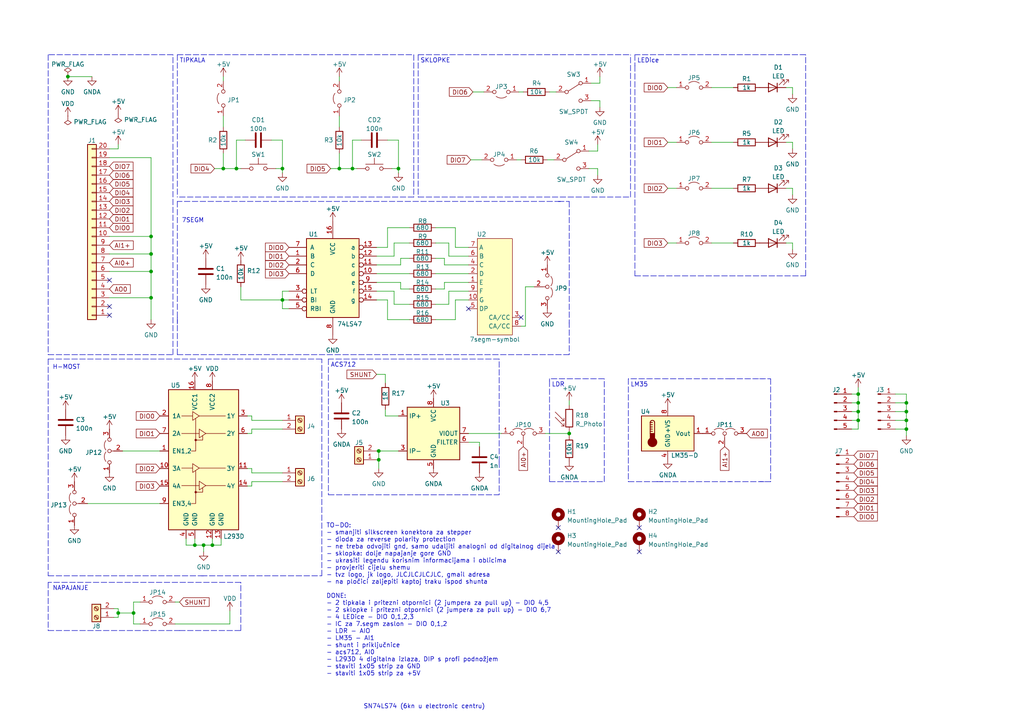
<source format=kicad_sch>
(kicad_sch (version 20211123) (generator eeschema)
  (paper "A4")
  (title_block (title "myDAQExpansionBoard") (date "2022-07-24") (rev "1") (company "TVZ"))
  (junction (at 59.055 158.115))
  (junction (at 248.92 116.84))
  (junction (at 56.515 158.115))
  (junction (at 248.92 114.3))
  (junction (at 61.595 158.115))
  (junction (at 262.89 124.46))
  (junction (at 262.89 121.92))
  (junction (at 38.735 177.8))
  (junction (at 109.855 130.81))
  (junction (at 68.58 48.895))
  (junction (at 115.57 48.895))
  (junction (at 81.915 48.895))
  (junction (at 102.235 48.895))
  (junction (at 165.1 125.73))
  (junction (at 248.92 121.92))
  (junction (at 262.89 119.38))
  (junction (at 19.685 22.225))
  (junction (at 43.815 73.66))
  (junction (at 81.915 86.995))
  (junction (at 43.815 78.74))
  (junction (at 109.855 133.35))
  (junction (at 43.815 86.36))
  (junction (at 64.77 48.895))
  (junction (at 262.89 116.84))
  (junction (at 34.29 177.8))
  (junction (at 98.425 48.895))
  (junction (at 248.92 119.38))
  (junction (at 43.815 68.58))
  (no_connect (at 151.13 92.075))
  (no_connect (at 185.42 153.035))
  (no_connect (at 135.89 89.535))
  (no_connect (at 31.75 88.9))
  (no_connect (at 31.75 81.28))
  (no_connect (at 31.75 91.44))
  (no_connect (at 185.42 160.02))
  (no_connect (at 161.925 153.035))
  (no_connect (at 161.925 160.02))
  (wire (pts (xy 43.815 86.36) (xy 43.815 78.74)))
  (wire (pts (xy 62.23 48.895) (xy 64.77 48.895)))
  (wire (pts (xy 80.01 48.895) (xy 81.915 48.895)))
  (wire (pts (xy 112.395 40.64) (xy 115.57 40.64)))
  (wire (pts (xy 259.715 121.92) (xy 262.89 121.92)))
  (polyline (pts (xy 165.1 102.87) (xy 51.435 102.87)))
  (polyline (pts (xy 220.345 109.855) (xy 223.52 109.855)))
  (wire (pts (xy 137.16 26.67) (xy 140.335 26.67)))
  (wire (pts (xy 81.915 86.995) (xy 69.85 86.995)))
  (wire (pts (xy 115.57 40.64) (xy 115.57 48.895)))
  (wire (pts (xy 31.75 43.18) (xy 34.29 43.18)))
  (polyline (pts (xy 51.435 15.875) (xy 120.015 15.875)))
  (wire (pts (xy 128.905 81.915) (xy 128.905 83.82)))
  (wire (pts (xy 158.75 46.355) (xy 160.655 46.355)))
  (wire (pts (xy 126.365 79.375) (xy 135.89 79.375)))
  (polyline (pts (xy 121.285 57.15) (xy 182.88 57.15)))
  (polyline (pts (xy 51.435 58.42) (xy 51.435 93.98)))
  (wire (pts (xy 112.395 86.995) (xy 109.22 86.995)))
  (wire (pts (xy 248.92 114.3) (xy 248.92 116.84)))
  (polyline (pts (xy 69.85 182.88) (xy 69.85 168.91)))
  (wire (pts (xy 135.89 125.73) (xy 145.415 125.73)))
  (wire (pts (xy 149.86 46.355) (xy 151.13 46.355)))
  (polyline (pts (xy 184.15 80.01) (xy 233.68 80.01)))
  (wire (pts (xy 73.025 121.92) (xy 81.915 121.92)))
  (wire (pts (xy 25.4 146.05) (xy 46.355 146.05)))
  (wire (pts (xy 118.745 92.71) (xy 112.395 92.71)))
  (polyline (pts (xy 13.97 102.87) (xy 50.165 102.87)))
  (wire (pts (xy 114.3 70.485) (xy 114.3 74.295)))
  (wire (pts (xy 116.205 83.82) (xy 116.205 81.915)))
  (wire (pts (xy 68.58 48.895) (xy 69.85 48.895)))
  (wire (pts (xy 109.22 108.585) (xy 111.76 108.585)))
  (wire (pts (xy 31.75 68.58) (xy 43.815 68.58)))
  (polyline (pts (xy 184.15 15.875) (xy 184.15 19.05)))
  (wire (pts (xy 81.915 84.455) (xy 81.915 86.995)))
  (polyline (pts (xy 121.285 15.875) (xy 121.285 57.15)))
  (polyline (pts (xy 13.97 182.88) (xy 52.07 182.88)))
  (polyline (pts (xy 223.52 109.855) (xy 223.52 139.7)))
  (wire (pts (xy 19.685 22.225) (xy 26.67 22.225)))
  (polyline (pts (xy 175.26 139.7) (xy 175.26 109.855)))
  (wire (pts (xy 154.94 83.185) (xy 152.4 83.185)))
  (wire (pts (xy 118.745 70.485) (xy 114.3 70.485)))
  (wire (pts (xy 31.75 78.74) (xy 43.815 78.74)))
  (wire (pts (xy 102.235 40.64) (xy 102.235 48.895)))
  (wire (pts (xy 173.99 31.115) (xy 173.99 29.21)))
  (wire (pts (xy 152.4 94.615) (xy 151.13 94.615)))
  (wire (pts (xy 116.205 81.915) (xy 109.22 81.915)))
  (wire (pts (xy 98.425 22.225) (xy 98.425 23.495)))
  (wire (pts (xy 132.08 66.04) (xy 126.365 66.04)))
  (wire (pts (xy 193.675 41.275) (xy 196.215 41.275)))
  (polyline (pts (xy 121.285 15.875) (xy 182.88 15.875)))
  (wire (pts (xy 98.425 33.655) (xy 98.425 36.83)))
  (wire (pts (xy 173.99 29.21) (xy 171.45 29.21)))
  (polyline (pts (xy 144.78 133.985) (xy 144.78 104.14)))
  (wire (pts (xy 43.815 73.66) (xy 43.815 68.58)))
  (wire (pts (xy 112.395 66.04) (xy 112.395 71.755)))
  (wire (pts (xy 139.065 128.27) (xy 139.065 129.54)))
  (wire (pts (xy 248.92 121.92) (xy 248.92 124.46)))
  (wire (pts (xy 259.715 119.38) (xy 262.89 119.38)))
  (wire (pts (xy 247.015 114.3) (xy 248.92 114.3)))
  (wire (pts (xy 206.375 25.4) (xy 212.725 25.4)))
  (wire (pts (xy 115.57 50.165) (xy 115.57 48.895)))
  (wire (pts (xy 102.235 40.64) (xy 104.775 40.64)))
  (wire (pts (xy 135.89 76.835) (xy 128.905 76.835)))
  (wire (pts (xy 78.74 40.64) (xy 81.915 40.64)))
  (wire (pts (xy 262.89 126.365) (xy 262.89 124.46)))
  (wire (pts (xy 43.815 78.74) (xy 43.815 73.66)))
  (wire (pts (xy 95.885 48.895) (xy 98.425 48.895)))
  (wire (pts (xy 98.425 48.895) (xy 102.235 48.895)))
  (wire (pts (xy 229.87 25.4) (xy 227.965 25.4)))
  (wire (pts (xy 73.025 135.89) (xy 73.025 137.16)))
  (wire (pts (xy 229.87 54.61) (xy 227.965 54.61)))
  (wire (pts (xy 111.76 120.65) (xy 111.76 118.745)))
  (wire (pts (xy 130.175 88.265) (xy 126.365 88.265)))
  (wire (pts (xy 34.29 177.8) (xy 34.29 179.07)))
  (polyline (pts (xy 159.385 110.49) (xy 159.385 139.7)))
  (wire (pts (xy 128.905 76.835) (xy 128.905 74.93)))
  (wire (pts (xy 259.715 116.84) (xy 262.89 116.84)))
  (wire (pts (xy 135.89 74.295) (xy 130.175 74.295)))
  (polyline (pts (xy 212.09 109.855) (xy 182.245 109.855)))
  (wire (pts (xy 247.015 116.84) (xy 248.92 116.84)))
  (wire (pts (xy 193.675 54.61) (xy 196.215 54.61)))
  (wire (pts (xy 248.92 116.84) (xy 248.92 119.38)))
  (wire (pts (xy 69.85 83.185) (xy 69.85 86.995)))
  (wire (pts (xy 206.375 70.485) (xy 212.725 70.485)))
  (wire (pts (xy 73.025 125.73) (xy 73.025 124.46)))
  (wire (pts (xy 193.675 25.4) (xy 196.215 25.4)))
  (polyline (pts (xy 93.345 167.005) (xy 93.345 104.14)))
  (wire (pts (xy 68.58 40.64) (xy 71.12 40.64)))
  (wire (pts (xy 38.735 180.975) (xy 38.735 177.8)))
  (wire (pts (xy 118.745 88.265) (xy 114.3 88.265)))
  (wire (pts (xy 73.025 140.97) (xy 71.755 140.97)))
  (wire (pts (xy 38.735 174.625) (xy 40.64 174.625)))
  (wire (pts (xy 109.22 79.375) (xy 118.745 79.375)))
  (polyline (pts (xy 221.615 139.7) (xy 211.455 139.7)))
  (wire (pts (xy 165.1 116.205) (xy 165.1 117.475)))
  (wire (pts (xy 247.015 119.38) (xy 248.92 119.38)))
  (wire (pts (xy 248.92 112.395) (xy 248.92 114.3)))
  (wire (pts (xy 38.735 177.8) (xy 38.735 174.625)))
  (wire (pts (xy 152.4 83.185) (xy 152.4 94.615)))
  (polyline (pts (xy 175.26 109.855) (xy 159.385 109.855)))
  (wire (pts (xy 81.915 48.895) (xy 81.915 50.165)))
  (wire (pts (xy 114.3 84.455) (xy 109.22 84.455)))
  (wire (pts (xy 68.58 40.64) (xy 68.58 48.895)))
  (wire (pts (xy 116.205 76.835) (xy 109.22 76.835)))
  (polyline (pts (xy 190.5 139.7) (xy 212.09 139.7)))
  (wire (pts (xy 64.77 48.895) (xy 68.58 48.895)))
  (wire (pts (xy 73.025 120.65) (xy 71.755 120.65)))
  (wire (pts (xy 115.57 120.65) (xy 111.76 120.65)))
  (wire (pts (xy 262.89 124.46) (xy 262.89 121.92)))
  (wire (pts (xy 73.025 139.7) (xy 73.025 140.97)))
  (polyline (pts (xy 93.345 104.14) (xy 13.97 104.14)))
  (wire (pts (xy 128.905 74.93) (xy 126.365 74.93)))
  (wire (pts (xy 136.525 46.355) (xy 139.7 46.355)))
  (wire (pts (xy 135.89 71.755) (xy 132.08 71.755)))
  (wire (pts (xy 64.135 158.115) (xy 64.135 156.21)))
  (polyline (pts (xy 161.925 58.42) (xy 165.1 58.42)))
  (wire (pts (xy 33.02 176.53) (xy 34.29 176.53)))
  (polyline (pts (xy 144.78 133.985) (xy 144.78 143.51)))
  (wire (pts (xy 35.56 130.81) (xy 46.355 130.81)))
  (wire (pts (xy 81.915 89.535) (xy 81.915 86.995)))
  (polyline (pts (xy 50.165 15.875) (xy 13.97 15.875)))
  (wire (pts (xy 98.425 48.895) (xy 98.425 44.45)))
  (wire (pts (xy 34.29 176.53) (xy 34.29 177.8)))
  (wire (pts (xy 73.025 121.92) (xy 73.025 120.65)))
  (wire (pts (xy 31.75 86.36) (xy 43.815 86.36)))
  (wire (pts (xy 171.45 24.13) (xy 173.99 24.13)))
  (wire (pts (xy 53.975 158.115) (xy 56.515 158.115)))
  (polyline (pts (xy 120.015 57.15) (xy 51.435 57.15)))
  (wire (pts (xy 128.905 83.82) (xy 126.365 83.82)))
  (wire (pts (xy 165.1 125.095) (xy 165.1 125.73)))
  (wire (pts (xy 71.755 135.89) (xy 73.025 135.89)))
  (wire (pts (xy 81.915 86.995) (xy 83.82 86.995)))
  (wire (pts (xy 43.815 68.58) (xy 43.815 45.72)))
  (polyline (pts (xy 13.97 168.91) (xy 13.97 182.88)))
  (wire (pts (xy 71.755 125.73) (xy 73.025 125.73)))
  (wire (pts (xy 59.055 158.115) (xy 59.055 160.02)))
  (wire (pts (xy 112.395 92.71) (xy 112.395 86.995)))
  (polyline (pts (xy 159.385 139.7) (xy 175.26 139.7)))
  (polyline (pts (xy 58.42 167.005) (xy 93.345 167.005)))
  (wire (pts (xy 50.8 180.975) (xy 66.675 180.975)))
  (polyline (pts (xy 95.25 143.51) (xy 144.78 143.51)))
  (wire (pts (xy 56.515 158.115) (xy 59.055 158.115)))
  (polyline (pts (xy 165.1 58.42) (xy 165.1 93.98)))
  (wire (pts (xy 109.855 130.81) (xy 115.57 130.81)))
  (wire (pts (xy 31.75 73.66) (xy 43.815 73.66)))
  (wire (pts (xy 114.3 74.295) (xy 109.22 74.295)))
  (wire (pts (xy 229.87 70.485) (xy 227.965 70.485)))
  (polyline (pts (xy 165.1 93.345) (xy 165.1 102.87)))
  (wire (pts (xy 34.29 179.07) (xy 33.02 179.07)))
  (wire (pts (xy 81.915 40.64) (xy 81.915 48.895)))
  (wire (pts (xy 56.515 156.21) (xy 56.515 158.115)))
  (wire (pts (xy 50.8 174.625) (xy 52.07 174.625)))
  (wire (pts (xy 247.015 121.92) (xy 248.92 121.92)))
  (polyline (pts (xy 144.78 104.14) (xy 95.25 104.14)))
  (wire (pts (xy 53.975 156.21) (xy 53.975 158.115)))
  (wire (pts (xy 132.08 71.755) (xy 132.08 66.04)))
  (wire (pts (xy 64.77 48.895) (xy 64.77 44.45)))
  (wire (pts (xy 229.87 27.305) (xy 229.87 25.4)))
  (wire (pts (xy 130.175 70.485) (xy 126.365 70.485)))
  (wire (pts (xy 130.175 84.455) (xy 130.175 88.265)))
  (wire (pts (xy 229.87 41.275) (xy 227.965 41.275)))
  (wire (pts (xy 248.92 124.46) (xy 247.015 124.46)))
  (wire (pts (xy 102.235 48.895) (xy 103.505 48.895)))
  (wire (pts (xy 259.715 124.46) (xy 262.89 124.46)))
  (wire (pts (xy 83.82 84.455) (xy 81.915 84.455)))
  (wire (pts (xy 158.115 125.73) (xy 165.1 125.73)))
  (wire (pts (xy 262.89 119.38) (xy 262.89 116.84)))
  (wire (pts (xy 130.175 74.295) (xy 130.175 70.485)))
  (wire (pts (xy 40.64 180.975) (xy 38.735 180.975)))
  (wire (pts (xy 112.395 71.755) (xy 109.22 71.755)))
  (wire (pts (xy 109.22 130.81) (xy 109.855 130.81)))
  (wire (pts (xy 109.855 133.35) (xy 109.855 130.81)))
  (polyline (pts (xy 13.97 167.005) (xy 59.055 167.005)))
  (wire (pts (xy 59.055 158.115) (xy 61.595 158.115)))
  (polyline (pts (xy 223.52 139.7) (xy 220.345 139.7)))
  (wire (pts (xy 64.77 33.655) (xy 64.77 36.83)))
  (polyline (pts (xy 13.97 104.14) (xy 13.97 167.005)))
  (wire (pts (xy 114.3 88.265) (xy 114.3 84.455)))
  (polyline (pts (xy 233.68 15.875) (xy 184.15 15.875)))
  (polyline (pts (xy 182.88 57.15) (xy 182.88 15.875)))
  (polyline (pts (xy 182.245 109.855) (xy 182.245 139.7)))
  (wire (pts (xy 73.025 124.46) (xy 81.915 124.46)))
  (wire (pts (xy 193.675 70.485) (xy 196.215 70.485)))
  (polyline (pts (xy 52.07 182.88) (xy 69.85 182.88)))
  (wire (pts (xy 229.87 72.39) (xy 229.87 70.485)))
  (wire (pts (xy 135.89 86.995) (xy 132.08 86.995)))
  (polyline (pts (xy 159.385 109.855) (xy 159.385 110.49)))
  (wire (pts (xy 206.375 54.61) (xy 212.725 54.61)))
  (polyline (pts (xy 95.25 104.14) (xy 95.25 143.51)))
  (wire (pts (xy 248.92 119.38) (xy 248.92 121.92)))
  (polyline (pts (xy 182.245 139.7) (xy 192.405 139.7)))
  (wire (pts (xy 173.355 50.8) (xy 173.355 48.895)))
  (polyline (pts (xy 50.165 102.87) (xy 50.165 15.875)))
  (wire (pts (xy 170.815 43.815) (xy 173.355 43.815)))
  (wire (pts (xy 34.29 43.18) (xy 34.29 41.91)))
  (polyline (pts (xy 211.455 109.855) (xy 221.615 109.855)))
  (wire (pts (xy 43.815 92.71) (xy 43.815 86.36)))
  (wire (pts (xy 262.89 121.92) (xy 262.89 119.38)))
  (wire (pts (xy 61.595 156.21) (xy 61.595 158.115)))
  (wire (pts (xy 135.89 84.455) (xy 130.175 84.455)))
  (wire (pts (xy 262.89 114.3) (xy 259.715 114.3)))
  (wire (pts (xy 81.915 139.7) (xy 73.025 139.7)))
  (wire (pts (xy 73.025 137.16) (xy 81.915 137.16)))
  (wire (pts (xy 135.89 81.915) (xy 128.905 81.915)))
  (wire (pts (xy 173.99 24.13) (xy 173.99 22.225)))
  (wire (pts (xy 118.745 83.82) (xy 116.205 83.82)))
  (wire (pts (xy 109.855 135.89) (xy 109.855 133.35)))
  (polyline (pts (xy 51.435 102.87) (xy 51.435 92.075)))
  (wire (pts (xy 132.08 86.995) (xy 132.08 92.71)))
  (wire (pts (xy 132.08 92.71) (xy 126.365 92.71)))
  (wire (pts (xy 34.29 177.8) (xy 38.735 177.8)))
  (wire (pts (xy 150.495 26.67) (xy 151.765 26.67)))
  (polyline (pts (xy 51.435 15.875) (xy 51.435 57.15)))
  (polyline (pts (xy 69.85 168.91) (xy 13.97 168.91)))
  (wire (pts (xy 118.745 74.93) (xy 116.205 74.93)))
  (wire (pts (xy 83.82 89.535) (xy 81.915 89.535)))
  (wire (pts (xy 43.815 45.72) (xy 31.75 45.72)))
  (wire (pts (xy 229.87 43.18) (xy 229.87 41.275)))
  (wire (pts (xy 173.355 43.815) (xy 173.355 41.91)))
  (wire (pts (xy 135.89 128.27) (xy 139.065 128.27)))
  (wire (pts (xy 61.595 158.115) (xy 64.135 158.115)))
  (wire (pts (xy 66.675 180.975) (xy 66.675 177.165)))
  (wire (pts (xy 109.22 133.35) (xy 109.855 133.35)))
  (polyline (pts (xy 184.15 19.05) (xy 184.15 80.01)))
  (wire (pts (xy 116.205 74.93) (xy 116.205 76.835)))
  (wire (pts (xy 173.355 48.895) (xy 170.815 48.895)))
  (polyline (pts (xy 13.97 15.875) (xy 13.97 102.87)))
  (wire (pts (xy 111.76 108.585) (xy 111.76 111.125)))
  (wire (pts (xy 159.385 26.67) (xy 161.29 26.67)))
  (polyline (pts (xy 233.68 80.01) (xy 233.68 15.875)))
  (wire (pts (xy 206.375 41.275) (xy 212.725 41.275)))
  (polyline (pts (xy 162.56 58.42) (xy 51.435 58.42)))
  (wire (pts (xy 118.745 66.04) (xy 112.395 66.04)))
  (wire (pts (xy 262.89 116.84) (xy 262.89 114.3)))
  (wire (pts (xy 165.1 125.73) (xy 165.1 126.365)))
  (wire (pts (xy 229.87 56.515) (xy 229.87 54.61)))
  (wire (pts (xy 113.665 48.895) (xy 115.57 48.895)))
  (wire (pts (xy 64.77 22.225) (xy 64.77 23.495)))
  (polyline (pts (xy 120.015 15.875) (xy 120.015 57.15)))
  (text "TO-DO:\n- smanjiti silkscreen konektora za stepper\n- dioda za reverse polarity protection\n- ne treba odvojiti gnd, samo udaljiti analogni od digitalnog dijela\n- sklopka: dolje napajanje gore GND\n- ukrasiti legendu korisnim informacijama i oblicima\n- provjeriti cijelu shemu\n- tvz logo, jk logo, JLCJLCJLCJLC, gmail adresa\n- na pločici zaljepiti kaptoj traku ispod shunta\n\nDONE:\n- 2 tipkala i pritezni otpornici (2 jumpera za pull up) - DIO 4,5\n- 2 sklopke i pritezni otpornici (2 jumpera za pull up) - DIO 6,7\n- 4 LEDice - DIO 0,1,2,3\n- IC za 7.segm zaslon - DIO 0,1,2\n- LDR - AIO\n- LM35 - AI1\n- shunt i priključnice\n- acs712, AI0\n- L293D 4 digitalna izlaza, DIP s profi podnožjem\n- staviti 1x05 strip za GND\n- staviti 1x05 strip za +5V" (at 94.615 196.215 0) (effects (font (size 1.27 1.27)) (justify left bottom)))
  (text "SN74LS74 (6kn u electronic centru)" (at 105.41 205.74 0) (effects (font (size 1.27 1.27)) (justify left bottom)))
  (text "LM35" (at 182.88 112.395 0) (effects (font (size 1.27 1.27)) (justify left bottom)))
  (text "7SEGM" (at 52.705 64.77 0) (effects (font (size 1.27 1.27)) (justify left bottom)))
  (text "ACS712" (at 95.885 106.68 0) (effects (font (size 1.27 1.27)) (justify left bottom)))
  (text "NAPAJANJE" (at 15.24 171.45 0) (effects (font (size 1.27 1.27)) (justify left bottom)))
  (text "TIPKALA" (at 52.07 18.415 0) (effects (font (size 1.27 1.27)) (justify left bottom)))
  (text "H-MOST" (at 15.24 107.315 0) (effects (font (size 1.27 1.27)) (justify left bottom)))
  (text "LDR" (at 160.02 112.395 0) (effects (font (size 1.27 1.27)) (justify left bottom)))
  (text "LEDice" (at 184.785 18.415 0) (effects (font (size 1.27 1.27)) (justify left bottom)))
  (text "SKLOPKE" (at 121.92 18.415 0) (effects (font (size 1.27 1.27)) (justify left bottom)))
  (global_label "DIO5" (shape input) (at 95.885 48.895 180) (property "Intersheet References" "${INTERSHEET_REFS}" (effects hide)))
  (global_label "DIO3" (shape input) (at 83.82 79.375 180) (property "Intersheet References" "${INTERSHEET_REFS}" (effects hide)))
  (global_label "DIO1" (shape input) (at 46.355 125.73 180) (property "Intersheet References" "${INTERSHEET_REFS}" (effects hide)))
  (global_label "DIO2" (shape input) (at 46.355 135.89 180) (property "Intersheet References" "${INTERSHEET_REFS}" (effects hide)))
  (global_label "DIO1" (shape input) (at 83.82 74.295 180) (property "Intersheet References" "${INTERSHEET_REFS}" (effects hide)))
  (global_label "AI1+" (shape input) (at 31.75 71.12 0) (property "Intersheet References" "${INTERSHEET_REFS}" (effects hide)))
  (global_label "DIO3" (shape input) (at 46.355 140.97 180) (property "Intersheet References" "${INTERSHEET_REFS}" (effects hide)))
  (global_label "AI0+" (shape input) (at 31.75 76.2 0) (property "Intersheet References" "${INTERSHEET_REFS}" (effects hide)))
  (global_label "DIO1" (shape input) (at 193.675 41.275 180) (property "Intersheet References" "${INTERSHEET_REFS}" (effects hide)))
  (global_label "DIO0" (shape input) (at 46.355 120.65 180) (property "Intersheet References" "${INTERSHEET_REFS}" (effects hide)))
  (global_label "DIO7" (shape input) (at 247.65 132.08 0) (property "Intersheet References" "${INTERSHEET_REFS}" (effects hide)))
  (global_label "DIO2" (shape input) (at 247.65 144.78 0) (property "Intersheet References" "${INTERSHEET_REFS}" (effects hide)))
  (global_label "DIO4" (shape input) (at 62.23 48.895 180) (property "Intersheet References" "${INTERSHEET_REFS}" (effects hide)))
  (global_label "SHUNT" (shape input) (at 109.22 108.585 180) (property "Intersheet References" "${INTERSHEET_REFS}" (effects hide)))
  (global_label "AI0+" (shape input) (at 151.765 129.54 270) (property "Intersheet References" "${INTERSHEET_REFS}" (effects hide)))
  (global_label "DIO0" (shape input) (at 247.65 149.86 0) (property "Intersheet References" "${INTERSHEET_REFS}" (effects hide)))
  (global_label "DIO2" (shape input) (at 193.675 54.61 180) (property "Intersheet References" "${INTERSHEET_REFS}" (effects hide)))
  (global_label "DIO4" (shape input) (at 247.65 139.7 0) (property "Intersheet References" "${INTERSHEET_REFS}" (effects hide)))
  (global_label "DIO4" (shape input) (at 31.75 55.88 0) (property "Intersheet References" "${INTERSHEET_REFS}" (effects hide)))
  (global_label "AI1+" (shape input) (at 210.185 129.54 270) (property "Intersheet References" "${INTERSHEET_REFS}" (effects hide)))
  (global_label "DIO3" (shape input) (at 31.75 58.42 0) (property "Intersheet References" "${INTERSHEET_REFS}" (effects hide)))
  (global_label "DIO1" (shape input) (at 247.65 147.32 0) (property "Intersheet References" "${INTERSHEET_REFS}" (effects hide)))
  (global_label "DIO6" (shape input) (at 137.16 26.67 180) (property "Intersheet References" "${INTERSHEET_REFS}" (effects hide)))
  (global_label "DIO5" (shape input) (at 31.75 53.34 0) (property "Intersheet References" "${INTERSHEET_REFS}" (effects hide)))
  (global_label "DIO2" (shape input) (at 31.75 60.96 0) (property "Intersheet References" "${INTERSHEET_REFS}" (effects hide)))
  (global_label "DIO0" (shape input) (at 31.75 66.04 0) (property "Intersheet References" "${INTERSHEET_REFS}" (effects hide)))
  (global_label "DIO0" (shape input) (at 83.82 71.755 180) (property "Intersheet References" "${INTERSHEET_REFS}" (effects hide)))
  (global_label "DIO7" (shape input) (at 136.525 46.355 180) (property "Intersheet References" "${INTERSHEET_REFS}" (effects hide)))
  (global_label "AO0" (shape input) (at 31.75 83.82 0) (property "Intersheet References" "${INTERSHEET_REFS}" (effects hide)))
  (global_label "DIO1" (shape input) (at 31.75 63.5 0) (property "Intersheet References" "${INTERSHEET_REFS}" (effects hide)))
  (global_label "DIO0" (shape input) (at 193.675 25.4 180) (property "Intersheet References" "${INTERSHEET_REFS}" (effects hide)))
  (global_label "DIO7" (shape input) (at 31.75 48.26 0) (property "Intersheet References" "${INTERSHEET_REFS}" (effects hide)))
  (global_label "AO0" (shape input) (at 216.535 125.73 0) (property "Intersheet References" "${INTERSHEET_REFS}" (effects hide)))
  (global_label "DIO6" (shape input) (at 31.75 50.8 0) (property "Intersheet References" "${INTERSHEET_REFS}" (effects hide)))
  (global_label "DIO3" (shape input) (at 193.675 70.485 180) (property "Intersheet References" "${INTERSHEET_REFS}" (effects hide)))
  (global_label "SHUNT" (shape input) (at 52.07 174.625 0) (property "Intersheet References" "${INTERSHEET_REFS}" (effects hide)))
  (global_label "DIO5" (shape input) (at 247.65 137.16 0) (property "Intersheet References" "${INTERSHEET_REFS}" (effects hide)))
  (global_label "DIO6" (shape input) (at 247.65 134.62 0) (property "Intersheet References" "${INTERSHEET_REFS}" (effects hide)))
  (global_label "DIO2" (shape input) (at 83.82 76.835 180) (property "Intersheet References" "${INTERSHEET_REFS}" (effects hide)))
  (global_label "DIO3" (shape input) (at 247.65 142.24 0) (property "Intersheet References" "${INTERSHEET_REFS}" (effects hide)))
  (symbol (lib_id "Device:R") (at 216.535 54.61 90) (unit 1)
    (property "Reference" "R7" (at 216.535 52.07 90))
    (property "Value" "1k" (at 216.535 54.61 90))
    (property "Footprint" "Resistor_SMD:R_0603_1608Metric" (effects hide))
  )
  (symbol (lib_id "Device:LED") (at 224.155 25.4 180) (unit 1)
    (property "Reference" "D1" (at 225.7425 19.5412 0))
    (property "Value" "LED" (at 225.7425 22.0781 0))
    (property "Footprint" "LED_THT:LED_D5.0mm" (effects hide))
  )
  (symbol (lib_id "power:+5V") (at 158.75 76.835 0) (unit 1)
    (property "Reference" "#PWR020" (effects hide))
    (property "Value" "+5V" (at 158.75 73.2592 0))
  )
  (symbol (lib_id "Driver_Motor:L293D") (at 59.055 135.89 0) (unit 1)
    (property "Reference" "U5" (at 49.53 111.76 0) (effects (justify left)))
    (property "Value" "L293D" (at 64.77 155.575 0) (effects (justify left)))
    (property "Footprint" "Package_DIP:DIP-16_W7.62mm" (effects hide))
    (property "Datasheet" "http://www.ti.com/lit/ds/symlink/l293.pdf" (effects hide))
  )
  (symbol (lib_id "Device:R") (at 64.77 40.64 0) (unit 1)
    (property "Reference" "R2" (at 60.325 40.64 0) (effects (justify left)))
    (property "Value" "10k" (at 64.77 42.545 90) (effects (justify left)))
    (property "Footprint" "Resistor_SMD:R_0603_1608Metric" (effects hide))
  )
  (symbol (lib_id "74xx:74LS47") (at 96.52 79.375 0) (unit 1)
    (property "Reference" "U1" (at 89.535 67.945 0) (effects (justify left)))
    (property "Value" "74LS47" (at 97.79 93.98 0) (effects (justify left)))
    (property "Footprint" "Package_DIP:DIP-16_W7.62mm" (effects hide))
    (property "Datasheet" "http://www.ti.com/lit/gpn/sn74LS47" (effects hide))
  )
  (symbol (lib_id "Symbols:7segm-symbol") (at 143.51 81.915 0) (unit 1)
    (property "Reference" "U2" (at 139.7 67.945 0))
    (property "Value" "7segm-symbol" (at 143.51 98.425 0))
    (property "Footprint" "Library:7segm-SA52" (effects hide))
  )
  (symbol (lib_id "Device:LED") (at 224.155 54.61 180) (unit 1)
    (property "Reference" "D3" (at 225.7425 48.7512 0))
    (property "Value" "LED" (at 225.7425 51.2881 0))
    (property "Footprint" "LED_THT:LED_D5.0mm" (effects hide))
  )
  (symbol (lib_id "Mechanical:MountingHole_Pad") (at 161.925 150.495 0) (unit 1)
    (property "Reference" "H1" (at 164.465 148.3903 0) (effects (justify left)))
    (property "Value" "MountingHole_Pad" (at 164.465 150.9272 0) (effects (justify left)))
    (property "Footprint" "MountingHole:MountingHole_3.2mm_M3_Pad_Via" (effects hide))
  )
  (symbol (lib_id "Device:C") (at 108.585 40.64 90) (unit 1)
    (property "Reference" "CD2" (at 108.585 34.7812 90))
    (property "Value" "100n" (at 108.585 37.3181 90))
    (property "Footprint" "Capacitor_SMD:C_0603_1608Metric" (effects hide))
  )
  (symbol (lib_id "Jumper:Jumper_3_Open") (at 151.765 125.73 0) (unit 1)
    (property "Reference" "JP10" (at 151.765 123.195 0))
    (property "Value" "Jumper_3_Open" (effects hide))
    (property "Footprint" "Connector_PinHeader_2.54mm:PinHeader_1x03_P2.54mm_Vertical" (effects hide))
  )
  (symbol (lib_id "Sensor_Current:ACS712xLCTR-05B") (at 125.73 125.73 0) (unit 1)
    (property "Reference" "U3" (at 127.7494 116.9472 0) (effects (justify left)))
    (property "Value" "ACS712xLCTR-05B" (effects hide))
    (property "Footprint" "Package_SO:SOIC-8_3.9x4.9mm_P1.27mm" (effects hide))
    (property "Datasheet" "http://www.allegromicro.com/~/media/Files/Datasheets/ACS712-Datasheet.ashx?la=en" (effects hide))
  )
  (symbol (lib_id "power:+5V") (at 21.59 139.7 0) (unit 1)
    (property "Reference" "#PWR042" (effects hide))
    (property "Value" "+5V" (at 21.59 136.1242 0))
  )
  (symbol (lib_id "power:+5V") (at 19.05 118.745 0) (unit 1)
    (property "Reference" "#PWR032" (effects hide))
    (property "Value" "+5V" (at 19.05 115.1692 0))
  )
  (symbol (lib_id "Device:R") (at 122.555 66.04 90) (unit 1)
    (property "Reference" "R8" (at 122.555 64.135 90))
    (property "Value" "680" (at 122.555 66.04 90))
    (property "Footprint" "Resistor_SMD:R_0603_1608Metric" (effects hide))
  )
  (symbol (lib_id "Device:R") (at 98.425 40.64 0) (unit 1)
    (property "Reference" "R3" (at 93.98 40.64 0) (effects (justify left)))
    (property "Value" "10k" (at 98.425 42.545 90) (effects (justify left)))
    (property "Footprint" "Resistor_SMD:R_0603_1608Metric" (effects hide))
  )
  (symbol (lib_id "Jumper:Jumper_2_Open") (at 201.295 70.485 0) (unit 1)
    (property "Reference" "JP8" (at 201.295 67.6712 0))
    (property "Value" "Jumper_2_Open" (effects hide))
    (property "Footprint" "Connector_PinHeader_2.54mm:PinHeader_1x02_P2.54mm_Vertical" (effects hide))
  )
  (symbol (lib_id "power:+5V") (at 34.29 41.91 0) (unit 1)
    (property "Reference" "#PWR09" (effects hide))
    (property "Value" "+5V" (at 34.29 38.3342 0))
  )
  (symbol (lib_id "Connector:Conn_01x05_Male") (at 254.635 119.38 0) (unit 1)
    (property "Reference" "J3" (at 255.27 113.061 0))
    (property "Value" "Conn_01x05_Male" (effects hide))
    (property "Footprint" "Connector_PinHeader_2.54mm:PinHeader_1x05_P2.54mm_Vertical" (effects hide))
  )
  (symbol (lib_id "power:GND") (at 59.69 82.55 0) (unit 1)
    (property "Reference" "#PWR021" (effects hide))
    (property "Value" "GND" (at 59.69 86.9934 0))
  )
  (symbol (lib_id "power:VDD") (at 19.685 33.655 0) (unit 1)
    (property "Reference" "#PWR08" (effects hide))
    (property "Value" "VDD" (at 19.685 30.0792 0))
  )
  (symbol (lib_id "Jumper:Jumper_2_Open") (at 45.72 180.975 0) (unit 1)
    (property "Reference" "JP15" (at 45.72 178.1612 0))
    (property "Value" "Jumper_2_Open" (effects hide))
    (property "Footprint" "Connector_PinHeader_2.54mm:PinHeader_1x02_P2.54mm_Vertical" (effects hide))
  )
  (symbol (lib_id "Device:C") (at 139.065 133.35 0) (unit 1)
    (property "Reference" "C4" (at 141.986 132.5153 0) (effects (justify left)))
    (property "Value" "1n" (at 141.986 135.0522 0) (effects (justify left)))
    (property "Footprint" "Capacitor_SMD:C_0603_1608Metric" (effects hide))
  )
  (symbol (lib_id "Jumper:Jumper_2_Open") (at 145.415 26.67 180) (unit 1)
    (property "Reference" "JP3" (at 145.415 25.1262 0))
    (property "Value" "Jumper_2_Open" (effects hide))
    (property "Footprint" "Connector_PinHeader_2.54mm:PinHeader_1x02_P2.54mm_Vertical" (effects hide))
  )
  (symbol (lib_id "power:GND") (at 43.815 92.71 0) (unit 1)
    (property "Reference" "#PWR023" (effects hide))
    (property "Value" "GND" (at 43.815 97.1534 0))
  )
  (symbol (lib_id "Jumper:Jumper_2_Open") (at 201.295 25.4 0) (unit 1)
    (property "Reference" "JP5" (at 201.295 22.5862 0))
    (property "Value" "Jumper_2_Open" (effects hide))
    (property "Footprint" "Connector_PinHeader_2.54mm:PinHeader_1x02_P2.54mm_Vertical" (effects hide))
  )
  (symbol (lib_id "Device:R") (at 216.535 25.4 90) (unit 1)
    (property "Reference" "R1" (at 216.535 22.86 90))
    (property "Value" "1k" (at 216.535 25.4 90))
    (property "Footprint" "Resistor_SMD:R_0603_1608Metric" (effects hide))
  )
  (symbol (lib_id "power:+5V") (at 64.77 22.225 0) (unit 1)
    (property "Reference" "#PWR02" (effects hide))
    (property "Value" "+5V" (at 64.77 18.6492 0))
  )
  (symbol (lib_id "power:+5V") (at 31.75 124.46 0) (unit 1)
    (property "Reference" "#PWR033" (effects hide))
    (property "Value" "+5V" (at 31.75 120.8842 0))
  )
  (symbol (lib_id "power:+5V") (at 125.73 115.57 0) (unit 1)
    (property "Reference" "#PWR028" (effects hide))
    (property "Value" "+5V" (at 125.73 111.9942 0))
  )
  (symbol (lib_id "Device:R") (at 122.555 70.485 90) (unit 1)
    (property "Reference" "R9" (at 122.555 68.58 90))
    (property "Value" "680" (at 122.555 70.485 90))
    (property "Footprint" "Resistor_SMD:R_0603_1608Metric" (effects hide))
  )
  (symbol (lib_id "Sensor_Temperature:LM35-D") (at 193.675 125.73 0) (unit 1)
    (property "Reference" "U4" (at 188.595 119.38 0) (effects (justify right)))
    (property "Value" "LM35-D" (at 202.565 132.08 0) (effects (justify right)))
    (property "Footprint" "Package_SO:SOIC-8_3.9x4.9mm_P1.27mm" (effects hide))
    (property "Datasheet" "http://www.ti.com/lit/ds/symlink/lm35.pdf" (effects hide))
  )
  (symbol (lib_id "Switch:SW_Push") (at 108.585 48.895 0) (unit 1)
    (property "Reference" "SW2" (at 108.585 44.8112 0))
    (property "Value" "SW_Push" (effects hide))
    (property "Footprint" "Library:Omron_B3F-12x12mm" (effects hide))
  )
  (symbol (lib_id "power:GND") (at 81.915 50.165 0) (unit 1)
    (property "Reference" "#PWR011" (effects hide))
    (property "Value" "GND" (at 81.915 54.6084 0))
  )
  (symbol (lib_id "power:GND") (at 158.75 89.535 0) (unit 1)
    (property "Reference" "#PWR022" (effects hide))
    (property "Value" "GND" (at 158.75 93.9784 0))
  )
  (symbol (lib_id "power:GNDA") (at 26.67 22.225 0) (unit 1)
    (property "Reference" "#PWR0106" (effects hide))
    (property "Value" "GNDA" (at 26.67 26.6684 0))
  )
  (symbol (lib_id "Connector:Screw_Terminal_01x02") (at 86.995 121.92 0) (unit 1)
    (property "Reference" "J4" (at 89.027 123.6238 0) (effects (justify left)))
    (property "Value" "Screw_Terminal_01x02" (effects hide))
    (property "Footprint" "TerminalBlock_Phoenix:TerminalBlock_Phoenix_MKDS-1,5-2-5.08_1x02_P5.08mm_Horizontal" (effects hide))
  )
  (symbol (lib_id "Mechanical:MountingHole_Pad") (at 185.42 157.48 0) (unit 1)
    (property "Reference" "H4" (at 187.96 155.3753 0) (effects (justify left)))
    (property "Value" "MountingHole_Pad" (at 187.96 157.9122 0) (effects (justify left)))
    (property "Footprint" "MountingHole:MountingHole_3.2mm_M3_Pad_Via" (effects hide))
  )
  (symbol (lib_id "Jumper:Jumper_2_Open") (at 144.78 46.355 180) (unit 1)
    (property "Reference" "JP4" (at 144.78 44.8112 0))
    (property "Value" "Jumper_2_Open" (effects hide))
    (property "Footprint" "Connector_PinHeader_2.54mm:PinHeader_1x02_P2.54mm_Vertical" (effects hide))
  )
  (symbol (lib_id "power:+5V") (at 96.52 64.135 0) (unit 1)
    (property "Reference" "#PWR016" (effects hide))
    (property "Value" "+5V" (at 96.52 60.5592 0))
  )
  (symbol (lib_id "power:+5V") (at 69.85 75.565 0) (unit 1)
    (property "Reference" "#PWR019" (effects hide))
    (property "Value" "+5V" (at 69.85 71.9892 0))
  )
  (symbol (lib_id "Switch:SW_SPDT") (at 166.37 26.67 0) (unit 1)
    (property "Reference" "SW3" (at 166.37 21.59 0))
    (property "Value" "SW_SPDT" (at 166.37 32.385 0))
    (property "Footprint" "Library:we01014042" (effects hide))
  )
  (symbol (lib_id "power:GND") (at 229.87 27.305 0) (unit 1)
    (property "Reference" "#PWR06" (effects hide))
    (property "Value" "GND" (at 229.87 31.7484 0))
  )
  (symbol (lib_id "Device:R") (at 122.555 74.93 90) (unit 1)
    (property "Reference" "R11" (at 122.555 73.025 90))
    (property "Value" "680" (at 122.555 74.93 90))
    (property "Footprint" "Resistor_SMD:R_0603_1608Metric" (effects hide))
  )
  (symbol (lib_id "Jumper:Jumper_2_Open") (at 201.295 41.275 0) (unit 1)
    (property "Reference" "JP6" (at 201.295 38.4612 0))
    (property "Value" "Jumper_2_Open" (effects hide))
    (property "Footprint" "Connector_PinHeader_2.54mm:PinHeader_1x02_P2.54mm_Vertical" (effects hide))
  )
  (symbol (lib_id "power:GND") (at 229.87 72.39 0) (unit 1)
    (property "Reference" "#PWR017" (effects hide))
    (property "Value" "GND" (at 229.87 76.8334 0))
  )
  (symbol (lib_id "power:GNDA") (at 99.06 124.46 0) (unit 1)
    (property "Reference" "#PWR0104" (effects hide))
    (property "Value" "GNDA" (at 99.06 128.9034 0))
  )
  (symbol (lib_id "Jumper:Jumper_2_Open") (at 98.425 28.575 90) (unit 1)
    (property "Reference" "JP2" (at 99.568 29.0088 90) (effects (justify right)))
    (property "Value" "Jumper_2_Open" (effects hide))
    (property "Footprint" "Connector_PinHeader_2.54mm:PinHeader_1x02_P2.54mm_Vertical" (effects hide))
  )
  (symbol (lib_id "Mechanical:MountingHole_Pad") (at 161.925 157.48 0) (unit 1)
    (property "Reference" "H3" (at 164.465 155.3753 0) (effects (justify left)))
    (property "Value" "MountingHole_Pad" (at 164.465 157.9122 0) (effects (justify left)))
    (property "Footprint" "MountingHole:MountingHole_3.2mm_M3_Pad_Via" (effects hide))
  )
  (symbol (lib_id "power:GND") (at 109.855 135.89 0) (unit 1)
    (property "Reference" "#PWR0107" (effects hide))
    (property "Value" "GND" (at 109.855 140.3334 0))
  )
  (symbol (lib_id "power:GND") (at 262.89 126.365 0) (unit 1)
    (property "Reference" "#PWR036" (effects hide))
    (property "Value" "GND" (at 262.89 130.8084 0))
  )
  (symbol (lib_id "Mechanical:MountingHole_Pad") (at 185.42 150.495 0) (unit 1)
    (property "Reference" "H2" (at 187.96 148.3903 0) (effects (justify left)))
    (property "Value" "MountingHole_Pad" (at 187.96 150.9272 0) (effects (justify left)))
    (property "Footprint" "MountingHole:MountingHole_3.2mm_M3_Pad_Via" (effects hide))
  )
  (symbol (lib_id "power:GND") (at 19.05 126.365 0) (unit 1)
    (property "Reference" "#PWR035" (effects hide))
    (property "Value" "GND" (at 19.05 130.8084 0))
  )
  (symbol (lib_id "power:GND") (at 115.57 50.165 0) (unit 1)
    (property "Reference" "#PWR012" (effects hide))
    (property "Value" "GND" (at 115.57 54.6084 0))
  )
  (symbol (lib_id "Connector:Screw_Terminal_01x02") (at 86.995 137.16 0) (unit 1)
    (property "Reference" "J6" (at 89.027 138.8638 0) (effects (justify left)))
    (property "Value" "Screw_Terminal_01x02" (effects hide))
    (property "Footprint" "TerminalBlock_Phoenix:TerminalBlock_Phoenix_MKDS-1,5-2-5.08_1x02_P5.08mm_Horizontal" (effects hide))
  )
  (symbol (lib_id "Jumper:Jumper_3_Open") (at 21.59 146.05 90) (unit 1)
    (property "Reference" "JP13" (at 19.4558 146.4838 90) (effects (justify left)))
    (property "Value" "Jumper_3_Open" (effects hide))
    (property "Footprint" "Connector_PinHeader_2.54mm:PinHeader_1x03_P2.54mm_Vertical" (effects hide))
  )
  (symbol (lib_id "Switch:SW_Push") (at 74.93 48.895 0) (unit 1)
    (property "Reference" "SW1" (at 74.93 44.8112 0))
    (property "Value" "SW_Push" (effects hide))
    (property "Footprint" "Library:Omron_B3F-12x12mm" (effects hide))
  )
  (symbol (lib_id "Connector_Generic:Conn_01x20") (at 26.67 68.58 180) (unit 1)
    (property "Reference" "J1" (at 26.67 40.7472 0))
    (property "Value" "OSTV7XX3151" (effects hide))
    (property "Footprint" "Library:OSTV7XX3151" (effects hide))
  )
  (symbol (lib_id "power:PWR_FLAG") (at 34.29 33.02 180) (unit 1)
    (property "Reference" "#FLG02" (effects hide))
    (property "Value" "PWR_FLAG" (at 35.941 34.7238 0) (effects (justify right)))
  )
  (symbol (lib_id "Device:R_Photo") (at 165.1 121.285 0) (unit 1)
    (property "Reference" "R18" (at 166.878 120.4503 0) (effects (justify left)))
    (property "Value" "R_Photo" (at 166.878 122.9872 0) (effects (justify left)))
    (property "Footprint" "OptoDevice:R_LDR_5.1x4.3mm_P3.4mm_Vertical" (effects hide))
  )
  (symbol (lib_id "power:GND") (at 173.99 31.115 0) (unit 1)
    (property "Reference" "#PWR013" (effects hide))
    (property "Value" "GND" (at 173.99 35.5584 0))
  )
  (symbol (lib_id "Jumper:Jumper_2_Open") (at 201.295 54.61 0) (unit 1)
    (property "Reference" "JP7" (at 201.295 51.7962 0))
    (property "Value" "Jumper_2_Open" (effects hide))
    (property "Footprint" "Connector_PinHeader_2.54mm:PinHeader_1x02_P2.54mm_Vertical" (effects hide))
  )
  (symbol (lib_id "power:+5V") (at 59.69 74.93 0) (unit 1)
    (property "Reference" "#PWR018" (effects hide))
    (property "Value" "+5V" (at 59.69 71.3542 0))
  )
  (symbol (lib_id "power:+5V") (at 173.99 22.225 0) (unit 1)
    (property "Reference" "#PWR04" (effects hide))
    (property "Value" "+5V" (at 173.99 18.6492 0))
  )
  (symbol (lib_id "Jumper:Jumper_2_Open") (at 64.77 28.575 90) (unit 1)
    (property "Reference" "JP1" (at 65.913 29.0088 90) (effects (justify right)))
    (property "Value" "Jumper_2_Open" (effects hide))
    (property "Footprint" "Connector_PinHeader_2.54mm:PinHeader_1x02_P2.54mm_Vertical" (effects hide))
  )
  (symbol (lib_id "power:VDD") (at 66.675 177.165 0) (unit 1)
    (property "Reference" "#PWR045" (effects hide))
    (property "Value" "VDD" (at 66.675 173.5892 0))
  )
  (symbol (lib_id "Jumper:Jumper_3_Open") (at 31.75 130.81 90) (unit 1)
    (property "Reference" "JP12" (at 29.6158 131.2438 90) (effects (justify left)))
    (property "Value" "Jumper_3_Open" (effects hide))
    (property "Footprint" "Connector_PinHeader_2.54mm:PinHeader_1x03_P2.54mm_Vertical" (effects hide))
  )
  (symbol (lib_id "Device:R") (at 122.555 92.71 90) (unit 1)
    (property "Reference" "R16" (at 122.555 90.805 90))
    (property "Value" "680" (at 122.555 92.71 90))
    (property "Footprint" "Resistor_SMD:R_0603_1608Metric" (effects hide))
  )
  (symbol (lib_id "power:+5V") (at 193.675 118.11 0) (unit 1)
    (property "Reference" "#PWR031" (effects hide))
    (property "Value" "+5V" (at 193.675 114.5342 0))
  )
  (symbol (lib_id "Connector:Screw_Terminal_01x02") (at 27.94 179.07 180) (unit 1)
    (property "Reference" "J8" (at 27.94 181.61 0))
    (property "Value" "Screw_Terminal_01x02" (effects hide))
    (property "Footprint" "Connector_PinHeader_2.54mm:PinHeader_1x02_P2.54mm_Vertical" (effects hide))
  )
  (symbol (lib_id "power:GNDA") (at 165.1 133.985 0) (unit 1)
    (property "Reference" "#PWR0101" (effects hide))
    (property "Value" "GNDA" (at 165.1 138.4284 0))
  )
  (symbol (lib_id "Jumper:Jumper_3_Open") (at 158.75 83.185 270) (unit 1)
    (property "Reference" "JP9" (at 160.8842 83.6188 90) (effects (justify left)))
    (property "Value" "Jumper_3_Open" (effects hide))
    (property "Footprint" "Connector_PinHeader_2.54mm:PinHeader_1x03_P2.54mm_Vertical" (effects hide))
  )
  (symbol (lib_id "power:+5V") (at 173.355 41.91 0) (unit 1)
    (property "Reference" "#PWR0108" (effects hide))
    (property "Value" "+5V" (at 173.355 38.3342 0))
  )
  (symbol (lib_id "Connector:Screw_Terminal_01x02") (at 104.14 133.35 180) (unit 1)
    (property "Reference" "J5" (at 104.14 128.3772 0))
    (property "Value" "Screw_Terminal_01x02" (effects hide))
    (property "Footprint" "Connector_PinHeader_2.54mm:PinHeader_1x02_P2.54mm_Vertical" (effects hide))
  )
  (symbol (lib_id "Device:R") (at 69.85 79.375 0) (unit 1)
    (property "Reference" "R12" (at 71.628 78.5403 0) (effects (justify left)))
    (property "Value" "10k" (at 69.85 81.28 90) (effects (justify left)))
    (property "Footprint" "Resistor_SMD:R_0603_1608Metric" (effects hide))
  )
  (symbol (lib_id "Device:R") (at 122.555 79.375 90) (unit 1)
    (property "Reference" "R13" (at 122.555 77.47 90))
    (property "Value" "680" (at 122.555 79.375 90))
    (property "Footprint" "Resistor_SMD:R_0603_1608Metric" (effects hide))
  )
  (symbol (lib_id "Device:R") (at 216.535 70.485 90) (unit 1)
    (property "Reference" "R10" (at 216.535 67.945 90))
    (property "Value" "1k" (at 216.535 70.485 90))
    (property "Footprint" "Resistor_SMD:R_0603_1608Metric" (effects hide))
  )
  (symbol (lib_id "Switch:SW_SPDT") (at 165.735 46.355 0) (unit 1)
    (property "Reference" "SW4" (at 165.735 41.275 0))
    (property "Value" "SW_SPDT" (at 165.735 52.07 0))
    (property "Footprint" "Library:we01014042" (effects hide))
  )
  (symbol (lib_id "Device:R") (at 216.535 41.275 90) (unit 1)
    (property "Reference" "R5" (at 216.535 38.735 90))
    (property "Value" "1k" (at 216.535 41.275 90))
    (property "Footprint" "Resistor_SMD:R_0603_1608Metric" (effects hide))
  )
  (symbol (lib_id "power:+5V") (at 248.92 112.395 0) (unit 1)
    (property "Reference" "#PWR027" (effects hide))
    (property "Value" "+5V" (at 248.92 108.8192 0))
  )
  (symbol (lib_id "power:+5V") (at 165.1 116.205 0) (unit 1)
    (property "Reference" "#PWR029" (effects hide))
    (property "Value" "+5V" (at 165.1 112.6292 0))
  )
  (symbol (lib_id "Jumper:Jumper_3_Open") (at 210.185 125.73 0) (unit 1)
    (property "Reference" "JP11" (at 210.185 123.195 0))
    (property "Value" "Jumper_3_Open" (effects hide))
    (property "Footprint" "Connector_PinHeader_2.54mm:PinHeader_1x03_P2.54mm_Vertical" (effects hide))
  )
  (symbol (lib_id "power:GND") (at 96.52 97.155 0) (unit 1)
    (property "Reference" "#PWR024" (effects hide))
    (property "Value" "GND" (at 96.52 101.6 0))
  )
  (symbol (lib_id "Device:LED") (at 224.155 70.485 180) (unit 1)
    (property "Reference" "D4" (at 225.7425 64.6262 0))
    (property "Value" "LED" (at 225.7425 67.1631 0))
    (property "Footprint" "LED_THT:LED_D5.0mm" (effects hide))
  )
  (symbol (lib_id "power:PWR_FLAG") (at 19.685 33.655 180) (unit 1)
    (property "Reference" "#FLG03" (effects hide))
    (property "Value" "PWR_FLAG" (at 21.336 35.3588 0) (effects (justify right)))
  )
  (symbol (lib_id "Device:R") (at 154.94 46.355 90) (unit 1)
    (property "Reference" "R6" (at 156.21 43.815 90) (effects (justify left)))
    (property "Value" "10k" (at 156.845 46.355 90) (effects (justify left)))
    (property "Footprint" "Resistor_SMD:R_0603_1608Metric" (effects hide))
  )
  (symbol (lib_id "power:GNDA") (at 139.065 137.16 0) (unit 1)
    (property "Reference" "#PWR0102" (effects hide))
    (property "Value" "GNDA" (at 139.065 141.6034 0))
  )
  (symbol (lib_id "power:GND") (at 173.355 50.8 0) (unit 1)
    (property "Reference" "#PWR0109" (effects hide))
    (property "Value" "GND" (at 173.355 55.2434 0))
  )
  (symbol (lib_id "power:GND") (at 229.87 56.515 0) (unit 1)
    (property "Reference" "#PWR015" (effects hide))
    (property "Value" "GND" (at 229.87 60.9584 0))
  )
  (symbol (lib_id "power:VDD") (at 61.595 110.49 0) (unit 1)
    (property "Reference" "#PWR026" (effects hide))
    (property "Value" "VDD" (at 61.595 106.9142 0))
  )
  (symbol (lib_id "power:+5V") (at 98.425 22.225 0) (unit 1)
    (property "Reference" "#PWR03" (effects hide))
    (property "Value" "+5V" (at 98.425 18.6492 0))
  )
  (symbol (lib_id "power:+5V") (at 34.29 33.02 0) (unit 1)
    (property "Reference" "#PWR07" (effects hide))
    (property "Value" "+5V" (at 34.29 29.4442 0))
  )
  (symbol (lib_id "Device:C") (at 19.05 122.555 0) (unit 1)
    (property "Reference" "C3" (at 21.971 121.7203 0) (effects (justify left)))
    (property "Value" "100n" (at 21.971 124.2572 0) (effects (justify left)))
    (property "Footprint" "Capacitor_SMD:C_0603_1608Metric" (effects hide))
  )
  (symbol (lib_id "power:GND") (at 229.87 43.18 0) (unit 1)
    (property "Reference" "#PWR010" (effects hide))
    (property "Value" "GND" (at 229.87 47.6234 0))
  )
  (symbol (lib_id "power:GND") (at 31.75 137.16 0) (unit 1)
    (property "Reference" "#PWR040" (effects hide))
    (property "Value" "GND" (at 31.75 141.6034 0))
  )
  (symbol (lib_id "Device:C") (at 99.06 120.65 0) (unit 1)
    (property "Reference" "C2" (at 101.981 119.8153 0) (effects (justify left)))
    (property "Value" "100n" (at 101.981 122.3522 0) (effects (justify left)))
    (property "Footprint" "Capacitor_SMD:C_0603_1608Metric" (effects hide))
  )
  (symbol (lib_id "power:GNDA") (at 193.675 133.35 0) (unit 1)
    (property "Reference" "#PWR0103" (effects hide))
    (property "Value" "GNDA" (at 193.675 137.7934 0))
  )
  (symbol (lib_id "Device:R") (at 111.76 114.935 0) (unit 1)
    (property "Reference" "R17" (at 113.538 114.1003 0) (effects (justify left)))
    (property "Value" "1R" (at 111.76 116.205 90) (effects (justify left)))
    (property "Footprint" "Library:R_Axial_Power_L60.0mm_W14.0mm_P71.12mm" (effects hide))
  )
  (symbol (lib_id "power:PWR_FLAG") (at 19.685 22.225 0) (unit 1)
    (property "Reference" "#FLG01" (effects hide))
    (property "Value" "PWR_FLAG" (at 19.685 18.6492 0))
  )
  (symbol (lib_id "Connector:Conn_01x05_Male") (at 241.935 119.38 0) (unit 1)
    (property "Reference" "J2" (at 242.57 113.061 0))
    (property "Value" "Conn_01x05_Male" (effects hide))
    (property "Footprint" "Connector_PinHeader_2.54mm:PinHeader_1x05_P2.54mm_Vertical" (effects hide))
  )
  (symbol (lib_id "Jumper:Jumper_2_Open") (at 45.72 174.625 0) (unit 1)
    (property "Reference" "JP14" (at 45.72 171.8112 0))
    (property "Value" "Jumper_2_Open" (effects hide))
    (property "Footprint" "Connector_PinHeader_2.54mm:PinHeader_1x02_P2.54mm_Vertical" (effects hide))
  )
  (symbol (lib_id "power:+5V") (at 56.515 110.49 0) (unit 1)
    (property "Reference" "#PWR025" (effects hide))
    (property "Value" "+5V" (at 56.515 106.9142 0))
  )
  (symbol (lib_id "power:GND") (at 19.685 22.225 0) (unit 1)
    (property "Reference" "#PWR01" (effects hide))
    (property "Value" "GND" (at 19.685 26.6684 0))
  )
  (symbol (lib_id "Device:C") (at 59.69 78.74 0) (unit 1)
    (property "Reference" "C1" (at 62.611 77.9053 0) (effects (justify left)))
    (property "Value" "100n" (at 62.611 80.4422 0) (effects (justify left)))
    (property "Footprint" "Capacitor_SMD:C_0603_1608Metric" (effects hide))
  )
  (symbol (lib_id "Device:C") (at 74.93 40.64 90) (unit 1)
    (property "Reference" "CD1" (at 74.93 34.7812 90))
    (property "Value" "100n" (at 74.93 37.3181 90))
    (property "Footprint" "Capacitor_SMD:C_0603_1608Metric" (effects hide))
  )
  (symbol (lib_id "Connector:Conn_01x08_Male") (at 242.57 139.7 0) (unit 1)
    (property "Reference" "J7" (at 243.205 130.841 0))
    (property "Value" "Conn_01x08_Male" (effects hide))
    (property "Footprint" "Connector_PinHeader_2.54mm:PinHeader_1x08_P2.54mm_Vertical" (effects hide))
  )
  (symbol (lib_id "Device:R") (at 122.555 88.265 90) (unit 1)
    (property "Reference" "R15" (at 122.555 86.36 90))
    (property "Value" "680" (at 122.555 88.265 90))
    (property "Footprint" "Resistor_SMD:R_0603_1608Metric" (effects hide))
  )
  (symbol (lib_id "Device:R") (at 165.1 130.175 0) (unit 1)
    (property "Reference" "R19" (at 166.878 129.3403 0) (effects (justify left)))
    (property "Value" "10k" (at 165.1 132.08 90) (effects (justify left)))
    (property "Footprint" "Resistor_SMD:R_0603_1608Metric" (effects hide))
  )
  (symbol (lib_id "Device:LED") (at 224.155 41.275 180) (unit 1)
    (property "Reference" "D2" (at 225.7425 35.4162 0))
    (property "Value" "LED" (at 225.7425 37.9531 0))
    (property "Footprint" "LED_THT:LED_D5.0mm" (effects hide))
  )
  (symbol (lib_id "power:GND") (at 21.59 152.4 0) (unit 1)
    (property "Reference" "#PWR043" (effects hide))
    (property "Value" "GND" (at 21.59 156.8434 0))
  )
  (symbol (lib_id "power:GND") (at 59.055 160.02 0) (unit 1)
    (property "Reference" "#PWR044" (effects hide))
    (property "Value" "GND" (at 59.055 164.4634 0))
  )
  (symbol (lib_id "Device:R") (at 155.575 26.67 270) (unit 1)
    (property "Reference" "R4" (at 154.305 24.13 90) (effects (justify left)))
    (property "Value" "10k" (at 153.67 26.67 90) (effects (justify left)))
    (property "Footprint" "Resistor_SMD:R_0603_1608Metric" (effects hide))
  )
  (symbol (lib_id "Device:R") (at 122.555 83.82 90) (unit 1)
    (property "Reference" "R14" (at 122.555 81.915 90))
    (property "Value" "680" (at 122.555 83.82 90))
    (property "Footprint" "Resistor_SMD:R_0603_1608Metric" (effects hide))
  )
  (symbol (lib_id "power:+5V") (at 99.06 116.84 0) (unit 1)
    (property "Reference" "#PWR030" (effects hide))
    (property "Value" "+5V" (at 99.06 113.2642 0))
  )
  (symbol (lib_id "power:GNDA") (at 125.73 135.89 0) (unit 1)
    (property "Reference" "#PWR0105" (effects hide))
    (property "Value" "GNDA" (at 125.73 140.3334 0))
  )
)
</source>
